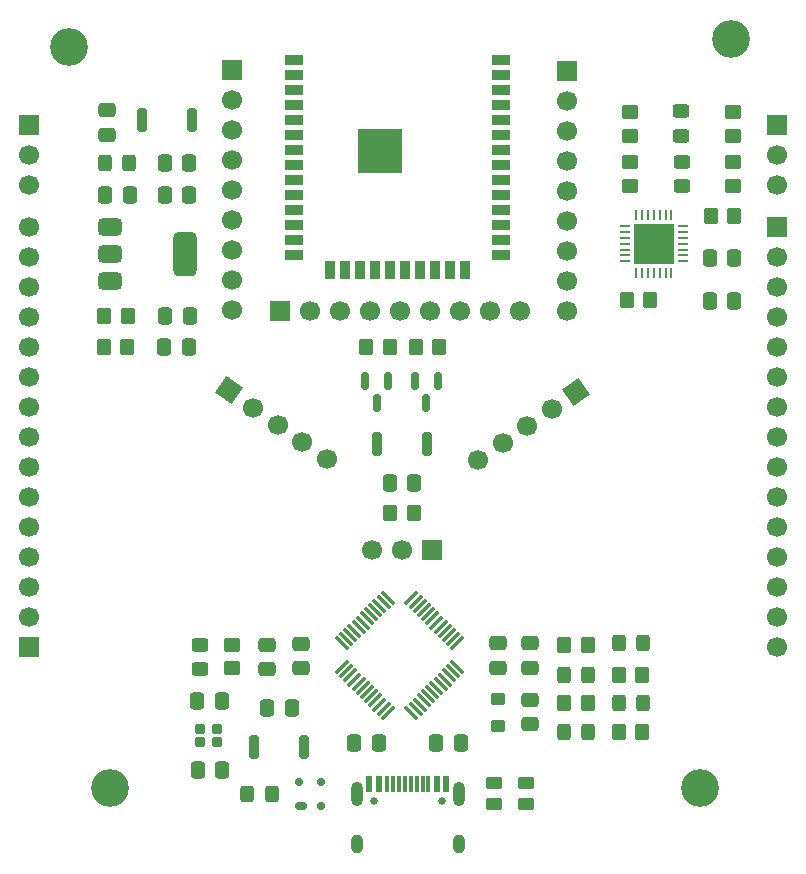
<source format=gbr>
%TF.GenerationSoftware,KiCad,Pcbnew,9.0.2*%
%TF.CreationDate,2025-08-29T22:08:23+05:30*%
%TF.ProjectId,4 SRA,34205352-412e-46b6-9963-61645f706362,rev?*%
%TF.SameCoordinates,Original*%
%TF.FileFunction,Soldermask,Top*%
%TF.FilePolarity,Negative*%
%FSLAX46Y46*%
G04 Gerber Fmt 4.6, Leading zero omitted, Abs format (unit mm)*
G04 Created by KiCad (PCBNEW 9.0.2) date 2025-08-29 22:08:23*
%MOMM*%
%LPD*%
G01*
G04 APERTURE LIST*
G04 Aperture macros list*
%AMRoundRect*
0 Rectangle with rounded corners*
0 $1 Rounding radius*
0 $2 $3 $4 $5 $6 $7 $8 $9 X,Y pos of 4 corners*
0 Add a 4 corners polygon primitive as box body*
4,1,4,$2,$3,$4,$5,$6,$7,$8,$9,$2,$3,0*
0 Add four circle primitives for the rounded corners*
1,1,$1+$1,$2,$3*
1,1,$1+$1,$4,$5*
1,1,$1+$1,$6,$7*
1,1,$1+$1,$8,$9*
0 Add four rect primitives between the rounded corners*
20,1,$1+$1,$2,$3,$4,$5,0*
20,1,$1+$1,$4,$5,$6,$7,0*
20,1,$1+$1,$6,$7,$8,$9,0*
20,1,$1+$1,$8,$9,$2,$3,0*%
%AMRotRect*
0 Rectangle, with rotation*
0 The origin of the aperture is its center*
0 $1 length*
0 $2 width*
0 $3 Rotation angle, in degrees counterclockwise*
0 Add horizontal line*
21,1,$1,$2,0,0,$3*%
G04 Aperture macros list end*
%ADD10RoundRect,0.250000X-0.350000X-0.450000X0.350000X-0.450000X0.350000X0.450000X-0.350000X0.450000X0*%
%ADD11RoundRect,0.250000X-0.450000X0.350000X-0.450000X-0.350000X0.450000X-0.350000X0.450000X0.350000X0*%
%ADD12RoundRect,0.250000X0.337500X0.475000X-0.337500X0.475000X-0.337500X-0.475000X0.337500X-0.475000X0*%
%ADD13RoundRect,0.250000X0.325000X0.450000X-0.325000X0.450000X-0.325000X-0.450000X0.325000X-0.450000X0*%
%ADD14RoundRect,0.250000X0.475000X-0.337500X0.475000X0.337500X-0.475000X0.337500X-0.475000X-0.337500X0*%
%ADD15RoundRect,0.250000X-0.337500X-0.475000X0.337500X-0.475000X0.337500X0.475000X-0.337500X0.475000X0*%
%ADD16RoundRect,0.200000X-0.200000X-0.800000X0.200000X-0.800000X0.200000X0.800000X-0.200000X0.800000X0*%
%ADD17R,1.700000X1.700000*%
%ADD18C,1.700000*%
%ADD19RoundRect,0.250000X0.350000X0.450000X-0.350000X0.450000X-0.350000X-0.450000X0.350000X-0.450000X0*%
%ADD20RoundRect,0.250000X-0.475000X0.337500X-0.475000X-0.337500X0.475000X-0.337500X0.475000X0.337500X0*%
%ADD21RoundRect,0.250000X0.450000X-0.325000X0.450000X0.325000X-0.450000X0.325000X-0.450000X-0.325000X0*%
%ADD22RoundRect,0.250000X0.450000X-0.350000X0.450000X0.350000X-0.450000X0.350000X-0.450000X-0.350000X0*%
%ADD23RoundRect,0.062500X0.062500X-0.337500X0.062500X0.337500X-0.062500X0.337500X-0.062500X-0.337500X0*%
%ADD24RoundRect,0.062500X0.337500X-0.062500X0.337500X0.062500X-0.337500X0.062500X-0.337500X-0.062500X0*%
%ADD25R,3.350000X3.350000*%
%ADD26C,3.200000*%
%ADD27RoundRect,0.150000X-0.150000X0.587500X-0.150000X-0.587500X0.150000X-0.587500X0.150000X0.587500X0*%
%ADD28RoundRect,0.250000X-0.325000X-0.450000X0.325000X-0.450000X0.325000X0.450000X-0.325000X0.450000X0*%
%ADD29RoundRect,0.250000X0.450000X-0.262500X0.450000X0.262500X-0.450000X0.262500X-0.450000X-0.262500X0*%
%ADD30RotRect,1.700000X1.700000X55.000000*%
%ADD31RoundRect,0.175000X0.325000X-0.175000X0.325000X0.175000X-0.325000X0.175000X-0.325000X-0.175000X0*%
%ADD32RoundRect,0.150000X0.150000X-0.200000X0.150000X0.200000X-0.150000X0.200000X-0.150000X-0.200000X0*%
%ADD33R,1.500000X0.900000*%
%ADD34R,0.900000X1.500000*%
%ADD35C,0.600000*%
%ADD36R,3.800000X3.800000*%
%ADD37RotRect,1.700000X1.700000X305.000000*%
%ADD38RoundRect,0.200000X0.250000X0.200000X-0.250000X0.200000X-0.250000X-0.200000X0.250000X-0.200000X0*%
%ADD39C,0.650000*%
%ADD40R,0.600000X1.450000*%
%ADD41R,0.300000X1.450000*%
%ADD42O,1.000000X2.100000*%
%ADD43O,1.000000X1.600000*%
%ADD44RoundRect,0.250000X-0.350000X0.275000X-0.350000X-0.275000X0.350000X-0.275000X0.350000X0.275000X0*%
%ADD45RoundRect,0.075000X-0.415425X-0.521491X0.521491X0.415425X0.415425X0.521491X-0.521491X-0.415425X0*%
%ADD46RoundRect,0.075000X0.415425X-0.521491X0.521491X-0.415425X-0.415425X0.521491X-0.521491X0.415425X0*%
%ADD47RoundRect,0.375000X-0.625000X-0.375000X0.625000X-0.375000X0.625000X0.375000X-0.625000X0.375000X0*%
%ADD48RoundRect,0.500000X-0.500000X-1.400000X0.500000X-1.400000X0.500000X1.400000X-0.500000X1.400000X0*%
G04 APERTURE END LIST*
D10*
%TO.C,R18*%
X164001630Y-127206000D03*
X166001630Y-127206000D03*
%TD*%
D11*
%TO.C,R12*%
X178275000Y-81475000D03*
X178275000Y-83475000D03*
%TD*%
D12*
%TO.C,C7*%
X132250000Y-84250000D03*
X130175000Y-84250000D03*
%TD*%
D13*
%TO.C,D1*%
X127175000Y-81550000D03*
X125125000Y-81550000D03*
%TD*%
D14*
%TO.C,C11*%
X138857500Y-124367500D03*
X138857500Y-122292500D03*
%TD*%
D10*
%TO.C,R6*%
X147207500Y-97130000D03*
X149207500Y-97130000D03*
%TD*%
D15*
%TO.C,C1*%
X176337500Y-93175000D03*
X178412500Y-93175000D03*
%TD*%
D16*
%TO.C,SW4*%
X137757500Y-130930000D03*
X141957500Y-130930000D03*
%TD*%
D12*
%TO.C,C10*%
X140945000Y-127630000D03*
X138870000Y-127630000D03*
%TD*%
D17*
%TO.C,J9*%
X135875000Y-73650000D03*
D18*
X135875000Y-76190000D03*
X135875000Y-78730000D03*
X135875000Y-81270000D03*
X135875000Y-83810000D03*
X135875000Y-86350000D03*
X135875000Y-88890000D03*
X135875000Y-91430000D03*
X135875000Y-93970000D03*
%TD*%
D19*
%TO.C,R1*%
X178405000Y-86055000D03*
X176405000Y-86055000D03*
%TD*%
D20*
%TO.C,C13*%
X158407500Y-122167500D03*
X158407500Y-124242500D03*
%TD*%
D15*
%TO.C,C2*%
X176337500Y-89600000D03*
X178412500Y-89600000D03*
%TD*%
D21*
%TO.C,D6*%
X173925000Y-79200000D03*
X173925000Y-77150000D03*
%TD*%
D22*
%TO.C,R5*%
X169600000Y-83475000D03*
X169600000Y-81475000D03*
%TD*%
D17*
%TO.C,J1*%
X152820000Y-114255000D03*
D18*
X150280000Y-114255000D03*
X147740000Y-114255000D03*
%TD*%
D14*
%TO.C,C19*%
X161100000Y-129062500D03*
X161100000Y-126987500D03*
%TD*%
%TO.C,C14*%
X141682500Y-124317500D03*
X141682500Y-122242500D03*
%TD*%
D23*
%TO.C,U1*%
X170075000Y-90800000D03*
X170575000Y-90800000D03*
X171075000Y-90800000D03*
X171575000Y-90800000D03*
X172075000Y-90800000D03*
X172575000Y-90800000D03*
X173075000Y-90800000D03*
D24*
X174025000Y-89850000D03*
X174025000Y-89350000D03*
X174025000Y-88850000D03*
X174025000Y-88350000D03*
X174025000Y-87850000D03*
X174025000Y-87350000D03*
X174025000Y-86850000D03*
D23*
X173075000Y-85900000D03*
X172575000Y-85900000D03*
X172075000Y-85900000D03*
X171575000Y-85900000D03*
X171075000Y-85900000D03*
X170575000Y-85900000D03*
X170075000Y-85900000D03*
D24*
X169125000Y-86850000D03*
X169125000Y-87350000D03*
X169125000Y-87850000D03*
X169125000Y-88350000D03*
X169125000Y-88850000D03*
X169125000Y-89350000D03*
X169125000Y-89850000D03*
D25*
X171575000Y-88350000D03*
%TD*%
D12*
%TO.C,C8*%
X132250000Y-81550000D03*
X130175000Y-81550000D03*
%TD*%
D26*
%TO.C,H2*%
X125525000Y-134400000D03*
%TD*%
D27*
%TO.C,Q1*%
X149070000Y-99967500D03*
X147170000Y-99967500D03*
X148120000Y-101842500D03*
%TD*%
D14*
%TO.C,C6*%
X125300000Y-79117500D03*
X125300000Y-77042500D03*
%TD*%
D10*
%TO.C,R10*%
X125000000Y-97125000D03*
X127000000Y-97125000D03*
%TD*%
D28*
%TO.C,D4*%
X137175000Y-134975000D03*
X139225000Y-134975000D03*
%TD*%
D26*
%TO.C,H2*%
X122100000Y-71675000D03*
%TD*%
D10*
%TO.C,R14*%
X168599130Y-124881000D03*
X170599130Y-124881002D03*
%TD*%
D11*
%TO.C,R4*%
X169575000Y-77197500D03*
X169575000Y-79197500D03*
%TD*%
D17*
%TO.C,J6*%
X118700000Y-78290000D03*
D18*
X118700000Y-80830000D03*
X118700000Y-83370000D03*
%TD*%
D17*
%TO.C,J4*%
X118700000Y-122545000D03*
D18*
X118700000Y-120005000D03*
X118700000Y-117465000D03*
X118700000Y-114925000D03*
X118700000Y-112385000D03*
X118700000Y-109845000D03*
X118700000Y-107305000D03*
X118700000Y-104765000D03*
X118700000Y-102225000D03*
X118700000Y-99685000D03*
X118700000Y-97145000D03*
X118700000Y-94605000D03*
X118700000Y-92065000D03*
X118700000Y-89525000D03*
X118700000Y-86985000D03*
%TD*%
D29*
%TO.C,R17*%
X158075000Y-135825000D03*
X158075000Y-134000000D03*
%TD*%
D17*
%TO.C,J5*%
X181975000Y-86985000D03*
D18*
X181975000Y-89525000D03*
X181975000Y-92065000D03*
X181975000Y-94605000D03*
X181975000Y-97145000D03*
X181975000Y-99685000D03*
X181975000Y-102225000D03*
X181975000Y-104765000D03*
X181975000Y-107305000D03*
X181975000Y-109845000D03*
X181975000Y-112385000D03*
X181975000Y-114925000D03*
X181975000Y-117465000D03*
X181975000Y-120005000D03*
X181975000Y-122545000D03*
%TD*%
D28*
%TO.C,D8*%
X163999131Y-129731001D03*
X166049129Y-129730999D03*
%TD*%
D30*
%TO.C,J7*%
X135575000Y-100775000D03*
D18*
X137655646Y-102231884D03*
X139736292Y-103688768D03*
X141816939Y-105145653D03*
X143897585Y-106602537D03*
%TD*%
D10*
%TO.C,R20*%
X168599130Y-129731001D03*
X170599130Y-129731001D03*
%TD*%
D26*
%TO.C,H2*%
X178150000Y-71050000D03*
%TD*%
D31*
%TO.C,D13*%
X141737500Y-135950000D03*
D32*
X143437500Y-135950000D03*
X143437500Y-133950000D03*
X141537500Y-133950000D03*
%TD*%
D21*
%TO.C,D7*%
X173937500Y-83477500D03*
X173937500Y-81427500D03*
%TD*%
D19*
%TO.C,R2*%
X127050000Y-94500000D03*
X125050000Y-94500000D03*
%TD*%
D29*
%TO.C,R16*%
X160800000Y-135825000D03*
X160800000Y-134000000D03*
%TD*%
D20*
%TO.C,C16*%
X161057500Y-122180000D03*
X161057500Y-124255000D03*
%TD*%
D33*
%TO.C,U4*%
X141150000Y-72820000D03*
X141150000Y-74090000D03*
X141150000Y-75360000D03*
X141150000Y-76630000D03*
X141150000Y-77900000D03*
X141150000Y-79170000D03*
X141150000Y-80440000D03*
X141150000Y-81710000D03*
X141150000Y-82980000D03*
X141150000Y-84250000D03*
X141150000Y-85520000D03*
X141150000Y-86790000D03*
X141150000Y-88060000D03*
X141150000Y-89330000D03*
D34*
X144190000Y-90580000D03*
X145460000Y-90580000D03*
X146730000Y-90580000D03*
X148000000Y-90580000D03*
X149270000Y-90580000D03*
X150540000Y-90580000D03*
X151810000Y-90580000D03*
X153080000Y-90580000D03*
X154350000Y-90580000D03*
X155620000Y-90580000D03*
D33*
X158650000Y-89330000D03*
X158650000Y-88060000D03*
X158650000Y-86790000D03*
X158650000Y-85520000D03*
X158650000Y-84250000D03*
X158650000Y-82980000D03*
X158650000Y-81710000D03*
X158650000Y-80440000D03*
X158650000Y-79170000D03*
X158650000Y-77900000D03*
X158650000Y-76630000D03*
X158650000Y-75360000D03*
X158650000Y-74090000D03*
X158650000Y-72820000D03*
D35*
X147000000Y-79840000D03*
X147000000Y-81240000D03*
X147700000Y-79140000D03*
X147700000Y-80540000D03*
X147700000Y-81940000D03*
X148375000Y-79840000D03*
X148375000Y-81240000D03*
D36*
X148400000Y-80540000D03*
D35*
X149100000Y-79140000D03*
X149100000Y-80540000D03*
X149100000Y-81940000D03*
X149800000Y-79840000D03*
X149800000Y-81240000D03*
%TD*%
D37*
%TO.C,J8*%
X165022585Y-100872463D03*
D18*
X162941939Y-102329347D03*
X160861293Y-103786231D03*
X158780646Y-105243116D03*
X156700000Y-106700000D03*
%TD*%
D10*
%TO.C,R19*%
X164001630Y-122306000D03*
X166001630Y-122306000D03*
%TD*%
D27*
%TO.C,Q2*%
X153270000Y-99967500D03*
X151370000Y-99967500D03*
X152320000Y-101842500D03*
%TD*%
D28*
%TO.C,D10*%
X168596630Y-127206001D03*
X170646630Y-127206001D03*
%TD*%
D17*
%TO.C,J10*%
X164250000Y-73775000D03*
D18*
X164250000Y-76315000D03*
X164250000Y-78855000D03*
X164250000Y-81395000D03*
X164250000Y-83935000D03*
X164250000Y-86475000D03*
X164250000Y-89015000D03*
X164250000Y-91555000D03*
X164250000Y-94095000D03*
%TD*%
D16*
%TO.C,SW1*%
X128275000Y-77900000D03*
X132475000Y-77900000D03*
%TD*%
D38*
%TO.C,Y1*%
X134600000Y-129442500D03*
X133200000Y-129442500D03*
X133200000Y-130542500D03*
X134600000Y-130542500D03*
%TD*%
D15*
%TO.C,C15*%
X132962500Y-132892500D03*
X135037500Y-132892500D03*
%TD*%
D21*
%TO.C,D3*%
X133132500Y-124380000D03*
X133132500Y-122330000D03*
%TD*%
D19*
%TO.C,R13*%
X151280000Y-111130000D03*
X149280000Y-111130000D03*
%TD*%
%TO.C,R3*%
X171300000Y-93150000D03*
X169300000Y-93150000D03*
%TD*%
D39*
%TO.C,J2*%
X147860000Y-135510000D03*
X153640000Y-135510000D03*
D40*
X147500000Y-134065000D03*
X148300000Y-134065000D03*
D41*
X149500000Y-134065000D03*
X150500000Y-134065000D03*
X151000000Y-134065000D03*
X152000000Y-134065000D03*
D40*
X153200000Y-134065000D03*
X154000000Y-134065000D03*
X154000000Y-134065000D03*
X153200000Y-134065000D03*
D41*
X152500000Y-134065000D03*
X151500000Y-134065000D03*
X150000000Y-134065000D03*
X149000000Y-134065000D03*
D40*
X148300000Y-134065000D03*
X147500000Y-134065000D03*
D42*
X146430000Y-134980000D03*
D43*
X146430000Y-139160000D03*
D42*
X155070000Y-134980000D03*
D43*
X155070000Y-139160000D03*
%TD*%
D16*
%TO.C,SW2*%
X148145000Y-105330000D03*
X152345000Y-105330000D03*
%TD*%
D17*
%TO.C,J11*%
X181970000Y-78270000D03*
D18*
X181970000Y-80810000D03*
X181970000Y-83350000D03*
%TD*%
D10*
%TO.C,R8*%
X151407500Y-97143095D03*
X153407500Y-97143095D03*
%TD*%
D44*
%TO.C,FB1*%
X158375000Y-126875000D03*
X158375000Y-129175000D03*
%TD*%
D15*
%TO.C,C3*%
X125135000Y-84250000D03*
X127210000Y-84250000D03*
%TD*%
D22*
%TO.C,R7*%
X135907500Y-124305000D03*
X135907500Y-122305000D03*
%TD*%
D17*
%TO.C,J3*%
X139902500Y-94075000D03*
D18*
X142442500Y-94075000D03*
X144982500Y-94075000D03*
X147522500Y-94075000D03*
X150062500Y-94075000D03*
X152602500Y-94075000D03*
X155142500Y-94075000D03*
X157682500Y-94075000D03*
X160222500Y-94075000D03*
%TD*%
D12*
%TO.C,C12*%
X135000000Y-127042500D03*
X132925000Y-127042500D03*
%TD*%
%TO.C,C9*%
X151282500Y-108655000D03*
X149207500Y-108655000D03*
%TD*%
D15*
%TO.C,C4*%
X130200000Y-94500000D03*
X132275000Y-94500000D03*
%TD*%
D45*
%TO.C,U7*%
X145169624Y-124203788D03*
X145523178Y-124557342D03*
X145876731Y-124910895D03*
X146230285Y-125264449D03*
X146583838Y-125618002D03*
X146937391Y-125971555D03*
X147290945Y-126325109D03*
X147644498Y-126678662D03*
X147998051Y-127032215D03*
X148351605Y-127385769D03*
X148705158Y-127739322D03*
X149058712Y-128092876D03*
D46*
X151056288Y-128092876D03*
X151409842Y-127739322D03*
X151763395Y-127385769D03*
X152116949Y-127032215D03*
X152470502Y-126678662D03*
X152824055Y-126325109D03*
X153177609Y-125971555D03*
X153531162Y-125618002D03*
X153884715Y-125264449D03*
X154238269Y-124910895D03*
X154591822Y-124557342D03*
X154945376Y-124203788D03*
D45*
X154945376Y-122206212D03*
X154591822Y-121852658D03*
X154238269Y-121499105D03*
X153884715Y-121145551D03*
X153531162Y-120791998D03*
X153177609Y-120438445D03*
X152824055Y-120084891D03*
X152470502Y-119731338D03*
X152116949Y-119377785D03*
X151763395Y-119024231D03*
X151409842Y-118670678D03*
X151056288Y-118317124D03*
D46*
X149058712Y-118317124D03*
X148705158Y-118670678D03*
X148351605Y-119024231D03*
X147998051Y-119377785D03*
X147644498Y-119731338D03*
X147290945Y-120084891D03*
X146937391Y-120438445D03*
X146583838Y-120791998D03*
X146230285Y-121145551D03*
X145876731Y-121499105D03*
X145523178Y-121852658D03*
X145169624Y-122206212D03*
%TD*%
D26*
%TO.C,H1*%
X175525000Y-134425000D03*
%TD*%
D47*
%TO.C,U2*%
X125550000Y-86950000D03*
X125550000Y-89250000D03*
D48*
X131850000Y-89250000D03*
D47*
X125550000Y-91550000D03*
%TD*%
D15*
%TO.C,C18*%
X153162500Y-130625000D03*
X155237500Y-130625000D03*
%TD*%
D11*
%TO.C,R11*%
X178275000Y-77197500D03*
X178275000Y-79197500D03*
%TD*%
D15*
%TO.C,C5*%
X130150000Y-97125000D03*
X132225000Y-97125000D03*
%TD*%
D28*
%TO.C,D9*%
X163999131Y-124881001D03*
X166049129Y-124880999D03*
%TD*%
%TO.C,D11*%
X168596629Y-122206001D03*
X170646631Y-122206001D03*
%TD*%
D12*
%TO.C,C17*%
X148312500Y-130625000D03*
X146237500Y-130625000D03*
%TD*%
M02*

</source>
